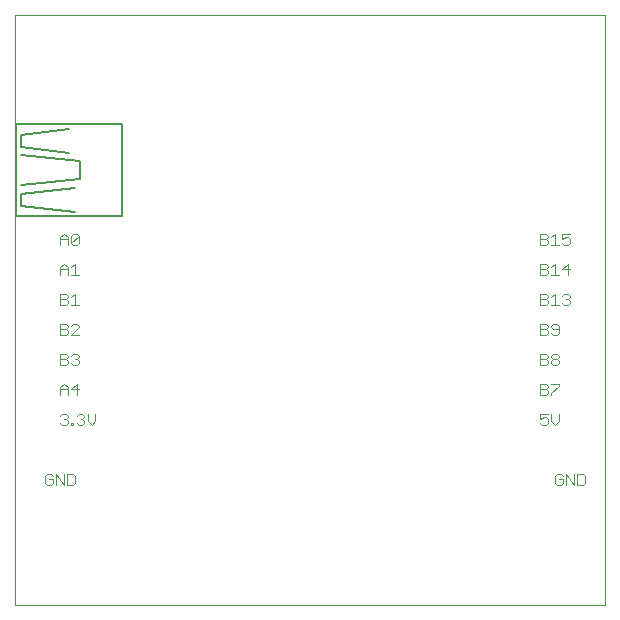
<source format=gbo>
G75*
%MOIN*%
%OFA0B0*%
%FSLAX25Y25*%
%IPPOS*%
%LPD*%
%AMOC8*
5,1,8,0,0,1.08239X$1,22.5*
%
%ADD10C,0.00000*%
%ADD11C,0.00300*%
%ADD12C,0.00500*%
D10*
X0001800Y0003300D02*
X0001800Y0200150D01*
X0198650Y0200150D01*
X0198650Y0003300D01*
X0001800Y0003300D01*
D11*
X0012567Y0043450D02*
X0011950Y0044067D01*
X0011950Y0046536D01*
X0012567Y0047153D01*
X0013802Y0047153D01*
X0014419Y0046536D01*
X0014419Y0045302D02*
X0013184Y0045302D01*
X0014419Y0045302D02*
X0014419Y0044067D01*
X0013802Y0043450D01*
X0012567Y0043450D01*
X0015633Y0043450D02*
X0015633Y0047153D01*
X0018102Y0043450D01*
X0018102Y0047153D01*
X0019316Y0047153D02*
X0021168Y0047153D01*
X0021785Y0046536D01*
X0021785Y0044067D01*
X0021168Y0043450D01*
X0019316Y0043450D01*
X0019316Y0047153D01*
X0018802Y0063450D02*
X0017567Y0063450D01*
X0016950Y0064067D01*
X0018184Y0065302D02*
X0018802Y0065302D01*
X0019419Y0064684D01*
X0019419Y0064067D01*
X0018802Y0063450D01*
X0020633Y0063450D02*
X0021250Y0063450D01*
X0021250Y0064067D01*
X0020633Y0064067D01*
X0020633Y0063450D01*
X0022475Y0064067D02*
X0023092Y0063450D01*
X0024326Y0063450D01*
X0024943Y0064067D01*
X0024943Y0064684D01*
X0024326Y0065302D01*
X0023709Y0065302D01*
X0024326Y0065302D02*
X0024943Y0065919D01*
X0024943Y0066536D01*
X0024326Y0067153D01*
X0023092Y0067153D01*
X0022475Y0066536D01*
X0019419Y0066536D02*
X0019419Y0065919D01*
X0018802Y0065302D01*
X0019419Y0066536D02*
X0018802Y0067153D01*
X0017567Y0067153D01*
X0016950Y0066536D01*
X0016950Y0073450D02*
X0016950Y0075919D01*
X0018184Y0077153D01*
X0019419Y0075919D01*
X0019419Y0073450D01*
X0019419Y0075302D02*
X0016950Y0075302D01*
X0020633Y0075302D02*
X0023102Y0075302D01*
X0022485Y0077153D02*
X0022485Y0073450D01*
X0020633Y0075302D02*
X0022485Y0077153D01*
X0022485Y0083450D02*
X0021250Y0083450D01*
X0020633Y0084067D01*
X0019419Y0084067D02*
X0019419Y0084684D01*
X0018802Y0085302D01*
X0016950Y0085302D01*
X0016950Y0087153D02*
X0016950Y0083450D01*
X0018802Y0083450D01*
X0019419Y0084067D01*
X0018802Y0085302D02*
X0019419Y0085919D01*
X0019419Y0086536D01*
X0018802Y0087153D01*
X0016950Y0087153D01*
X0020633Y0086536D02*
X0021250Y0087153D01*
X0022485Y0087153D01*
X0023102Y0086536D01*
X0023102Y0085919D01*
X0022485Y0085302D01*
X0023102Y0084684D01*
X0023102Y0084067D01*
X0022485Y0083450D01*
X0022485Y0085302D02*
X0021868Y0085302D01*
X0023102Y0093450D02*
X0020633Y0093450D01*
X0023102Y0095919D01*
X0023102Y0096536D01*
X0022485Y0097153D01*
X0021250Y0097153D01*
X0020633Y0096536D01*
X0019419Y0096536D02*
X0018802Y0097153D01*
X0016950Y0097153D01*
X0016950Y0093450D01*
X0018802Y0093450D01*
X0019419Y0094067D01*
X0019419Y0094684D01*
X0018802Y0095302D01*
X0016950Y0095302D01*
X0018802Y0095302D02*
X0019419Y0095919D01*
X0019419Y0096536D01*
X0018802Y0103450D02*
X0016950Y0103450D01*
X0016950Y0107153D01*
X0018802Y0107153D01*
X0019419Y0106536D01*
X0019419Y0105919D01*
X0018802Y0105302D01*
X0016950Y0105302D01*
X0018802Y0105302D02*
X0019419Y0104684D01*
X0019419Y0104067D01*
X0018802Y0103450D01*
X0020633Y0103450D02*
X0023102Y0103450D01*
X0021868Y0103450D02*
X0021868Y0107153D01*
X0020633Y0105919D01*
X0020633Y0113450D02*
X0023102Y0113450D01*
X0021868Y0113450D02*
X0021868Y0117153D01*
X0020633Y0115919D01*
X0019419Y0115919D02*
X0019419Y0113450D01*
X0019419Y0115302D02*
X0016950Y0115302D01*
X0016950Y0115919D02*
X0018184Y0117153D01*
X0019419Y0115919D01*
X0016950Y0115919D02*
X0016950Y0113450D01*
X0016950Y0123450D02*
X0016950Y0125919D01*
X0018184Y0127153D01*
X0019419Y0125919D01*
X0019419Y0123450D01*
X0020633Y0124067D02*
X0020633Y0126536D01*
X0021250Y0127153D01*
X0022485Y0127153D01*
X0023102Y0126536D01*
X0020633Y0124067D01*
X0021250Y0123450D01*
X0022485Y0123450D01*
X0023102Y0124067D01*
X0023102Y0126536D01*
X0019419Y0125302D02*
X0016950Y0125302D01*
X0026158Y0067153D02*
X0026158Y0064684D01*
X0027392Y0063450D01*
X0028627Y0064684D01*
X0028627Y0067153D01*
X0176950Y0067153D02*
X0176950Y0065302D01*
X0178184Y0065919D01*
X0178802Y0065919D01*
X0179419Y0065302D01*
X0179419Y0064067D01*
X0178802Y0063450D01*
X0177567Y0063450D01*
X0176950Y0064067D01*
X0176950Y0067153D02*
X0179419Y0067153D01*
X0180633Y0067153D02*
X0180633Y0064684D01*
X0181868Y0063450D01*
X0183102Y0064684D01*
X0183102Y0067153D01*
X0180633Y0073450D02*
X0180633Y0074067D01*
X0183102Y0076536D01*
X0183102Y0077153D01*
X0180633Y0077153D01*
X0179419Y0076536D02*
X0179419Y0075919D01*
X0178802Y0075302D01*
X0176950Y0075302D01*
X0176950Y0077153D02*
X0176950Y0073450D01*
X0178802Y0073450D01*
X0179419Y0074067D01*
X0179419Y0074684D01*
X0178802Y0075302D01*
X0179419Y0076536D02*
X0178802Y0077153D01*
X0176950Y0077153D01*
X0176950Y0083450D02*
X0178802Y0083450D01*
X0179419Y0084067D01*
X0179419Y0084684D01*
X0178802Y0085302D01*
X0176950Y0085302D01*
X0176950Y0087153D02*
X0176950Y0083450D01*
X0178802Y0085302D02*
X0179419Y0085919D01*
X0179419Y0086536D01*
X0178802Y0087153D01*
X0176950Y0087153D01*
X0180633Y0086536D02*
X0180633Y0085919D01*
X0181250Y0085302D01*
X0182485Y0085302D01*
X0183102Y0084684D01*
X0183102Y0084067D01*
X0182485Y0083450D01*
X0181250Y0083450D01*
X0180633Y0084067D01*
X0180633Y0084684D01*
X0181250Y0085302D01*
X0182485Y0085302D02*
X0183102Y0085919D01*
X0183102Y0086536D01*
X0182485Y0087153D01*
X0181250Y0087153D01*
X0180633Y0086536D01*
X0181250Y0093450D02*
X0182485Y0093450D01*
X0183102Y0094067D01*
X0183102Y0096536D01*
X0182485Y0097153D01*
X0181250Y0097153D01*
X0180633Y0096536D01*
X0180633Y0095919D01*
X0181250Y0095302D01*
X0183102Y0095302D01*
X0181250Y0093450D02*
X0180633Y0094067D01*
X0179419Y0094067D02*
X0179419Y0094684D01*
X0178802Y0095302D01*
X0176950Y0095302D01*
X0176950Y0097153D02*
X0176950Y0093450D01*
X0178802Y0093450D01*
X0179419Y0094067D01*
X0178802Y0095302D02*
X0179419Y0095919D01*
X0179419Y0096536D01*
X0178802Y0097153D01*
X0176950Y0097153D01*
X0176950Y0103450D02*
X0178802Y0103450D01*
X0179419Y0104067D01*
X0179419Y0104684D01*
X0178802Y0105302D01*
X0176950Y0105302D01*
X0176950Y0107153D02*
X0176950Y0103450D01*
X0178802Y0105302D02*
X0179419Y0105919D01*
X0179419Y0106536D01*
X0178802Y0107153D01*
X0176950Y0107153D01*
X0180633Y0105919D02*
X0181868Y0107153D01*
X0181868Y0103450D01*
X0183102Y0103450D02*
X0180633Y0103450D01*
X0184316Y0104067D02*
X0184933Y0103450D01*
X0186168Y0103450D01*
X0186785Y0104067D01*
X0186785Y0104684D01*
X0186168Y0105302D01*
X0185551Y0105302D01*
X0186168Y0105302D02*
X0186785Y0105919D01*
X0186785Y0106536D01*
X0186168Y0107153D01*
X0184933Y0107153D01*
X0184316Y0106536D01*
X0183102Y0113450D02*
X0180633Y0113450D01*
X0181868Y0113450D02*
X0181868Y0117153D01*
X0180633Y0115919D01*
X0179419Y0115919D02*
X0178802Y0115302D01*
X0176950Y0115302D01*
X0176950Y0117153D02*
X0176950Y0113450D01*
X0178802Y0113450D01*
X0179419Y0114067D01*
X0179419Y0114684D01*
X0178802Y0115302D01*
X0179419Y0115919D02*
X0179419Y0116536D01*
X0178802Y0117153D01*
X0176950Y0117153D01*
X0176950Y0123450D02*
X0178802Y0123450D01*
X0179419Y0124067D01*
X0179419Y0124684D01*
X0178802Y0125302D01*
X0176950Y0125302D01*
X0176950Y0127153D02*
X0176950Y0123450D01*
X0178802Y0125302D02*
X0179419Y0125919D01*
X0179419Y0126536D01*
X0178802Y0127153D01*
X0176950Y0127153D01*
X0180633Y0125919D02*
X0181868Y0127153D01*
X0181868Y0123450D01*
X0183102Y0123450D02*
X0180633Y0123450D01*
X0184316Y0124067D02*
X0184933Y0123450D01*
X0186168Y0123450D01*
X0186785Y0124067D01*
X0186785Y0125302D01*
X0186168Y0125919D01*
X0185551Y0125919D01*
X0184316Y0125302D01*
X0184316Y0127153D01*
X0186785Y0127153D01*
X0186168Y0117153D02*
X0184316Y0115302D01*
X0186785Y0115302D01*
X0186168Y0117153D02*
X0186168Y0113450D01*
X0185633Y0047153D02*
X0188102Y0043450D01*
X0188102Y0047153D01*
X0189316Y0047153D02*
X0191168Y0047153D01*
X0191785Y0046536D01*
X0191785Y0044067D01*
X0191168Y0043450D01*
X0189316Y0043450D01*
X0189316Y0047153D01*
X0185633Y0047153D02*
X0185633Y0043450D01*
X0184419Y0044067D02*
X0184419Y0045302D01*
X0183184Y0045302D01*
X0181950Y0046536D02*
X0181950Y0044067D01*
X0182567Y0043450D01*
X0183802Y0043450D01*
X0184419Y0044067D01*
X0184419Y0046536D02*
X0183802Y0047153D01*
X0182567Y0047153D01*
X0181950Y0046536D01*
D12*
X0037469Y0132946D02*
X0002036Y0132946D01*
X0002036Y0163654D01*
X0037469Y0163654D01*
X0037469Y0132946D01*
X0023690Y0145347D02*
X0004005Y0143379D01*
X0004005Y0140426D02*
X0021721Y0142394D01*
X0023690Y0145347D02*
X0023690Y0151253D01*
X0004005Y0153221D01*
X0004005Y0156174D02*
X0019753Y0154206D01*
X0019753Y0162080D02*
X0004005Y0160111D01*
X0004005Y0156174D01*
X0004005Y0140426D02*
X0004005Y0136489D01*
X0021721Y0134520D01*
M02*

</source>
